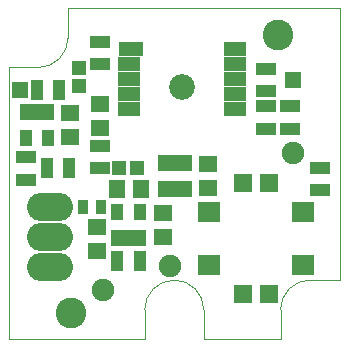
<source format=gbr>
G04 #@! TF.FileFunction,Soldermask,Top*
%FSLAX46Y46*%
G04 Gerber Fmt 4.6, Leading zero omitted, Abs format (unit mm)*
G04 Created by KiCad (PCBNEW 4.0.7-e2-6376~61~ubuntu18.04.1) date Sat Feb  2 14:08:29 2019*
%MOMM*%
%LPD*%
G01*
G04 APERTURE LIST*
%ADD10C,0.100000*%
%ADD11R,1.822000X1.264000*%
%ADD12C,2.178000*%
%ADD13R,2.076000X1.264000*%
%ADD14R,1.050000X1.460000*%
%ADD15R,1.600000X1.600000*%
%ADD16R,0.900000X1.300000*%
%ADD17O,3.900000X2.400000*%
%ADD18R,1.950000X1.700000*%
%ADD19R,1.650000X1.400000*%
%ADD20R,1.400000X1.650000*%
%ADD21R,1.700000X1.100000*%
%ADD22R,1.100000X1.700000*%
%ADD23C,2.600000*%
%ADD24R,1.150000X1.200000*%
%ADD25R,1.200000X1.150000*%
%ADD26C,1.900000*%
%ADD27R,1.400000X1.400000*%
G04 APERTURE END LIST*
D10*
X116500000Y-125500000D02*
X116500000Y-128000000D01*
X111500000Y-125500000D02*
X111500000Y-128000000D01*
X114000000Y-123000000D02*
G75*
G03X111500000Y-125500000I0J-2500000D01*
G01*
X116500000Y-125500000D02*
G75*
G03X114000000Y-123000000I-2500000J0D01*
G01*
X100000000Y-128000000D02*
X111500000Y-128000000D01*
X105000000Y-100000000D02*
X128000000Y-100000000D01*
X128000000Y-123000000D02*
X128000000Y-100000000D01*
X116500000Y-128000000D02*
X123000000Y-128000000D01*
X100000000Y-128000000D02*
X100000000Y-105000000D01*
X100000000Y-105000000D02*
X102500000Y-105000000D01*
X105000000Y-102500000D02*
X105000000Y-100000000D01*
X105000000Y-102500000D02*
G75*
G02X102500000Y-105000000I-2500000J0D01*
G01*
X123000000Y-125500000D02*
G75*
G02X125500000Y-123000000I2500000J0D01*
G01*
X123000000Y-125500000D02*
X123000000Y-128000000D01*
X125500000Y-123000000D02*
X128000000Y-123000000D01*
D11*
X119177000Y-108505000D03*
X119177000Y-107235000D03*
X119177000Y-105965000D03*
X119177000Y-104695000D03*
X119177000Y-103425000D03*
X110199000Y-108505000D03*
X110199000Y-107235000D03*
X110199000Y-105965000D03*
X110199000Y-104695000D03*
D12*
X114688000Y-106655000D03*
D13*
X110371500Y-103425000D03*
D14*
X103312000Y-108755000D03*
X102362000Y-108755000D03*
X101412000Y-108755000D03*
X101412000Y-110955000D03*
X103312000Y-110955000D03*
X109159000Y-119464000D03*
X110109000Y-119464000D03*
X111059000Y-119464000D03*
X111059000Y-117264000D03*
X109159000Y-117264000D03*
D15*
X122004000Y-124206000D03*
X119804000Y-124206000D03*
X119804000Y-114808000D03*
X122004000Y-114808000D03*
D16*
X107811000Y-116840000D03*
X106311000Y-116840000D03*
D17*
X103505000Y-116840000D03*
X103505000Y-119380000D03*
X103505000Y-121920000D03*
D18*
X124884000Y-117257000D03*
X124884000Y-121757000D03*
X116924000Y-121757000D03*
X116924000Y-117257000D03*
D14*
X114996000Y-113073000D03*
X114046000Y-113073000D03*
X113096000Y-113073000D03*
X113096000Y-115273000D03*
X114996000Y-115273000D03*
X114046000Y-115273000D03*
D19*
X107696000Y-110093000D03*
X107696000Y-108093000D03*
X105156000Y-108855000D03*
X105156000Y-110855000D03*
X116840000Y-113173000D03*
X116840000Y-115173000D03*
X113030000Y-117364000D03*
X113030000Y-119364000D03*
D20*
X109172500Y-115316000D03*
X111172500Y-115316000D03*
D21*
X121793000Y-110170000D03*
X121793000Y-108270000D03*
X121793000Y-106995000D03*
X121793000Y-105095000D03*
X123825000Y-108270000D03*
X123825000Y-110170000D03*
D22*
X104264500Y-106870500D03*
X102364500Y-106870500D03*
D21*
X101409500Y-112588000D03*
X101409500Y-114488000D03*
D22*
X105090000Y-113538000D03*
X103190000Y-113538000D03*
X111059000Y-121412000D03*
X109159000Y-121412000D03*
D21*
X126365000Y-115377000D03*
X126365000Y-113477000D03*
X107696000Y-102809000D03*
X107696000Y-104709000D03*
D23*
X105250000Y-125750000D03*
X122750000Y-102250000D03*
D19*
X107442000Y-118507000D03*
X107442000Y-120507000D03*
D24*
X105918000Y-105041000D03*
X105918000Y-106541000D03*
D25*
X110859000Y-113538000D03*
X109359000Y-113538000D03*
D21*
X107696000Y-111635500D03*
X107696000Y-113535500D03*
D26*
X113665000Y-121793000D03*
X124079000Y-112268000D03*
X107950000Y-123825000D03*
D27*
X100965000Y-106870500D03*
X124079000Y-106045000D03*
M02*

</source>
